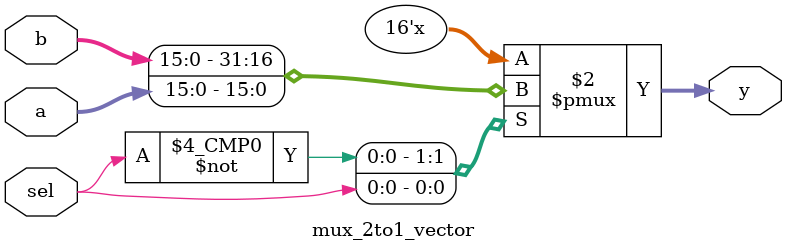
<source format=v>
`timescale 1ns / 1ps


module mux_2to1_vector
#(
    parameter VECTOR_LEN=16
)
(
    input [VECTOR_LEN-1:0] a,
    input [VECTOR_LEN-1:0] b,
    input sel,
    output reg [VECTOR_LEN-1:0] y
    );
    always @ (a,b,sel)
        case(sel)
            1'b0:y=b;
            1'b1:y=a;
        endcase
endmodule

</source>
